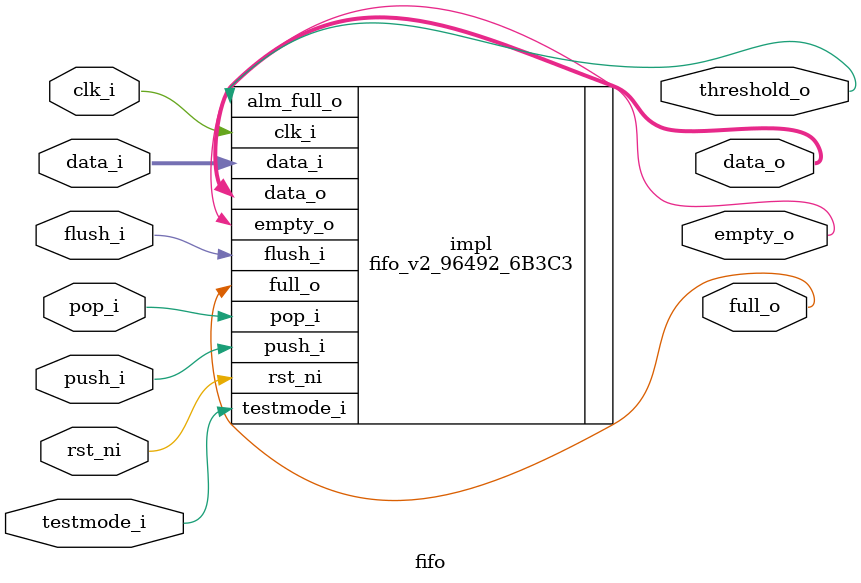
<source format=v>
module fifo (
	clk_i,
	rst_ni,
	flush_i,
	testmode_i,
	full_o,
	empty_o,
	threshold_o,
	data_i,
	push_i,
	data_o,
	pop_i
);
	parameter [0:0] FALL_THROUGH = 1'b0;
	parameter [31:0] DATA_WIDTH = 32;
	parameter [31:0] DEPTH = 8;
	parameter [31:0] THRESHOLD = 1;
	input wire clk_i;
	input wire rst_ni;
	input wire flush_i;
	input wire testmode_i;
	output wire full_o;
	output wire empty_o;
	output wire threshold_o;
	input wire [DATA_WIDTH - 1:0] data_i;
	input wire push_i;
	output wire [DATA_WIDTH - 1:0] data_o;
	input wire pop_i;
	fifo_v2_96492_6B3C3 #(
		.dtype_DATA_WIDTH(DATA_WIDTH),
		.FALL_THROUGH(FALL_THROUGH),
		.DATA_WIDTH(DATA_WIDTH),
		.DEPTH(DEPTH),
		.ALM_FULL_TH(THRESHOLD)
	) impl(
		.clk_i(clk_i),
		.rst_ni(rst_ni),
		.flush_i(flush_i),
		.testmode_i(testmode_i),
		.full_o(full_o),
		.empty_o(empty_o),
		.alm_full_o(threshold_o),
		.data_i(data_i),
		.push_i(push_i),
		.data_o(data_o),
		.pop_i(pop_i)
	);
endmodule

</source>
